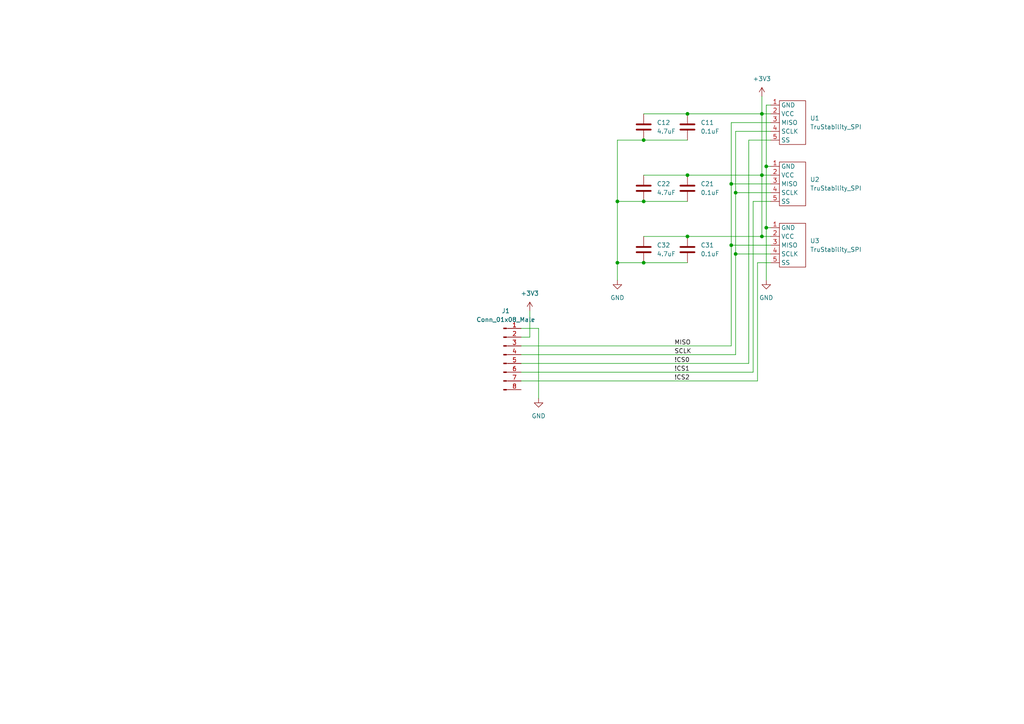
<source format=kicad_sch>
(kicad_sch (version 20211123) (generator eeschema)
  (paper "A4")
  (lib_symbols
    (symbol "Connector:Conn_01x08_Male" (pin_names (offset 1.016) hide)
      (property "Reference" "J" (at 0 10.16 0))
      (property "Value" "Conn_01x08_Male" (at 0 -12.7 0))
      (symbol "Conn_01x08_Male_1_1"
        (polyline (pts (xy 1.27 -10.16) (xy 0.8636 -10.16)) (stroke (width 0.1524)))
        (polyline (pts (xy 1.27 -7.62) (xy 0.8636 -7.62)) (stroke (width 0.1524)))
        (polyline (pts (xy 1.27 -5.08) (xy 0.8636 -5.08)) (stroke (width 0.1524)))
        (polyline (pts (xy 1.27 -2.54) (xy 0.8636 -2.54)) (stroke (width 0.1524)))
        (polyline (pts (xy 1.27 0) (xy 0.8636 0)) (stroke (width 0.1524)))
        (polyline (pts (xy 1.27 2.54) (xy 0.8636 2.54)) (stroke (width 0.1524)))
        (polyline (pts (xy 1.27 5.08) (xy 0.8636 5.08)) (stroke (width 0.1524)))
        (polyline (pts (xy 1.27 7.62) (xy 0.8636 7.62)) (stroke (width 0.1524)))
        (rectangle (start 0.8636 -10.033) (end 0 -10.287) (stroke (width 0.1524)) (fill (type outline)))
        (rectangle (start 0.8636 -7.493) (end 0 -7.747) (stroke (width 0.1524)) (fill (type outline)))
        (rectangle (start 0.8636 -4.953) (end 0 -5.207) (stroke (width 0.1524)) (fill (type outline)))
        (rectangle (start 0.8636 -2.413) (end 0 -2.667) (stroke (width 0.1524)) (fill (type outline)))
        (rectangle (start 0.8636 0.127) (end 0 -0.127) (stroke (width 0.1524)) (fill (type outline)))
        (rectangle (start 0.8636 2.667) (end 0 2.413) (stroke (width 0.1524)) (fill (type outline)))
        (rectangle (start 0.8636 5.207) (end 0 4.953) (stroke (width 0.1524)) (fill (type outline)))
        (rectangle (start 0.8636 7.747) (end 0 7.493) (stroke (width 0.1524)) (fill (type outline)))
        (pin passive line (at 5.08 7.62 180) (length 3.81) (name "Pin_1") (number "1"))
        (pin passive line (at 5.08 5.08 180) (length 3.81) (name "Pin_2") (number "2"))
        (pin passive line (at 5.08 2.54 180) (length 3.81) (name "Pin_3") (number "3"))
        (pin passive line (at 5.08 0 180) (length 3.81) (name "Pin_4") (number "4"))
        (pin passive line (at 5.08 -2.54 180) (length 3.81) (name "Pin_5") (number "5"))
        (pin passive line (at 5.08 -5.08 180) (length 3.81) (name "Pin_6") (number "6"))
        (pin passive line (at 5.08 -7.62 180) (length 3.81) (name "Pin_7") (number "7"))
        (pin passive line (at 5.08 -10.16 180) (length 3.81) (name "Pin_8") (number "8"))
      )
    )
    (symbol "Device:C" (pin_numbers hide) (pin_names (offset 0.254))
      (property "Reference" "C" (at 0.635 2.54 0))
      (property "Value" "C" (at 0.635 -2.54 0))
      (symbol "C_0_1"
        (polyline (pts (xy -2.032 -0.762) (xy 2.032 -0.762)) (stroke (width 0.508)))
        (polyline (pts (xy -2.032 0.762) (xy 2.032 0.762)) (stroke (width 0.508)))
      )
      (symbol "C_1_1"
        (pin passive line (at 0 3.81 270) (length 2.794) (name "~") (number "1"))
        (pin passive line (at 0 -3.81 90) (length 2.794) (name "~") (number "2"))
      )
    )
    (symbol "airball-hardware:TruStability_SPI"
      (property "Reference" "U" (at 0 2.54 0))
      (property "Value" "TruStability_SPI" (at 0 -12.7 0))
      (symbol "TruStability_SPI_0_1"
        (rectangle (start -3.81 1.27) (end 3.81 -11.43))
      )
      (symbol "TruStability_SPI_1_1"
        (pin input line (at -6.35 0 0) (length 2.54) (name "GND") (number "1"))
        (pin input line (at -6.35 -2.54 0) (length 2.54) (name "VCC") (number "2"))
        (pin input line (at -6.35 -5.08 0) (length 2.54) (name "MISO") (number "3"))
        (pin input line (at -6.35 -7.62 0) (length 2.54) (name "SCLK") (number "4"))
        (pin input line (at -6.35 -10.16 0) (length 2.54) (name "SS") (number "5"))
      )
    )
    (symbol "power:+3V3" (power) (pin_names (offset 0))
      (property "Value" "+3V3" (at 0 3.556 0))
      (symbol "+3V3_0_1"
        (polyline (pts (xy -0.762 1.27) (xy 0 2.54)))
        (polyline (pts (xy 0 0) (xy 0 2.54)))
        (polyline (pts (xy 0 2.54) (xy 0.762 1.27)))
      )
      (symbol "+3V3_1_1"
        (pin power_in line (at 0 0 90) (length 0) hide (name "+3V3") (number "1"))
      )
    )
    (symbol "power:GND" (power) (pin_names (offset 0))
      (property "Value" "GND" (at 0 -3.81 0))
      (symbol "GND_0_1"
        (polyline (pts (xy 0 0) (xy 0 -1.27) (xy 1.27 -1.27) (xy 0 -2.54) (xy -1.27 -1.27) (xy 0 -1.27)))
      )
      (symbol "GND_1_1"
        (pin power_in line (at 0 0 270) (length 0) hide (name "GND") (number "1"))
      )
    )
  )
  (junction (at 222.25 48.26))
  (junction (at 213.36 55.88))
  (junction (at 199.39 50.8))
  (junction (at 222.25 66.04))
  (junction (at 179.07 58.42))
  (junction (at 186.69 58.42))
  (junction (at 186.69 40.64))
  (junction (at 186.69 76.2))
  (junction (at 212.09 71.12))
  (junction (at 220.98 33.02))
  (junction (at 199.39 33.02))
  (junction (at 199.39 68.58))
  (junction (at 220.98 68.58))
  (junction (at 213.36 73.66))
  (junction (at 179.07 76.2))
  (junction (at 220.98 50.8))
  (junction (at 212.09 53.34))
  (wire (pts (xy 217.17 40.64) (xy 223.52 40.64)))
  (wire (pts (xy 218.44 107.95) (xy 218.44 58.42)))
  (wire (pts (xy 151.13 100.33) (xy 212.09 100.33)))
  (wire (pts (xy 186.69 68.58) (xy 199.39 68.58)))
  (wire (pts (xy 222.25 48.26) (xy 222.25 66.04)))
  (wire (pts (xy 179.07 76.2) (xy 186.69 76.2)))
  (wire (pts (xy 212.09 35.56) (xy 223.52 35.56)))
  (wire (pts (xy 212.09 53.34) (xy 212.09 35.56)))
  (wire (pts (xy 218.44 58.42) (xy 223.52 58.42)))
  (wire (pts (xy 219.71 76.2) (xy 223.52 76.2)))
  (wire (pts (xy 220.98 33.02) (xy 223.52 33.02)))
  (wire (pts (xy 212.09 100.33) (xy 212.09 71.12)))
  (wire (pts (xy 199.39 33.02) (xy 220.98 33.02)))
  (wire (pts (xy 179.07 58.42) (xy 186.69 58.42)))
  (wire (pts (xy 151.13 97.79) (xy 153.67 97.79)))
  (wire (pts (xy 213.36 73.66) (xy 213.36 102.87)))
  (wire (pts (xy 156.21 95.25) (xy 156.21 115.57)))
  (wire (pts (xy 186.69 33.02) (xy 199.39 33.02)))
  (wire (pts (xy 213.36 55.88) (xy 223.52 55.88)))
  (wire (pts (xy 212.09 71.12) (xy 212.09 53.34)))
  (wire (pts (xy 220.98 33.02) (xy 220.98 50.8)))
  (wire (pts (xy 222.25 30.48) (xy 222.25 48.26)))
  (wire (pts (xy 186.69 58.42) (xy 199.39 58.42)))
  (wire (pts (xy 222.25 66.04) (xy 223.52 66.04)))
  (wire (pts (xy 153.67 97.79) (xy 153.67 90.17)))
  (wire (pts (xy 212.09 71.12) (xy 223.52 71.12)))
  (wire (pts (xy 151.13 110.49) (xy 219.71 110.49)))
  (wire (pts (xy 179.07 76.2) (xy 179.07 81.28)))
  (wire (pts (xy 199.39 50.8) (xy 220.98 50.8)))
  (wire (pts (xy 151.13 95.25) (xy 156.21 95.25)))
  (wire (pts (xy 219.71 76.2) (xy 219.71 110.49)))
  (wire (pts (xy 220.98 68.58) (xy 223.52 68.58)))
  (wire (pts (xy 151.13 105.41) (xy 217.17 105.41)))
  (wire (pts (xy 186.69 76.2) (xy 199.39 76.2)))
  (wire (pts (xy 213.36 55.88) (xy 213.36 73.66)))
  (wire (pts (xy 151.13 107.95) (xy 218.44 107.95)))
  (wire (pts (xy 222.25 66.04) (xy 222.25 81.28)))
  (wire (pts (xy 151.13 102.87) (xy 213.36 102.87)))
  (wire (pts (xy 186.69 50.8) (xy 199.39 50.8)))
  (wire (pts (xy 213.36 38.1) (xy 223.52 38.1)))
  (wire (pts (xy 220.98 50.8) (xy 223.52 50.8)))
  (wire (pts (xy 220.98 27.94) (xy 220.98 33.02)))
  (wire (pts (xy 212.09 53.34) (xy 223.52 53.34)))
  (wire (pts (xy 213.36 73.66) (xy 223.52 73.66)))
  (wire (pts (xy 179.07 58.42) (xy 179.07 76.2)))
  (wire (pts (xy 222.25 48.26) (xy 223.52 48.26)))
  (wire (pts (xy 213.36 38.1) (xy 213.36 55.88)))
  (wire (pts (xy 179.07 40.64) (xy 179.07 58.42)))
  (wire (pts (xy 223.52 30.48) (xy 222.25 30.48)))
  (wire (pts (xy 186.69 40.64) (xy 179.07 40.64)))
  (wire (pts (xy 217.17 105.41) (xy 217.17 40.64)))
  (wire (pts (xy 220.98 50.8) (xy 220.98 68.58)))
  (wire (pts (xy 186.69 40.64) (xy 199.39 40.64)))
  (wire (pts (xy 199.39 68.58) (xy 220.98 68.58)))
  (label "SCLK" (at 195.58 102.87 0))
  (label "MISO" (at 195.58 100.33 0))
  (label "!CS1" (at 195.58 107.95 0))
  (label "!CS0" (at 195.58 105.41 0))
  (label "!CS2" (at 195.58 110.49 0))
  (symbol (lib_id "Device:C") (at 186.69 54.61 0) (unit 1)
    (property "Reference" "C22" (at 190.5 53.3399 0) (effects (justify left)))
    (property "Value" "4.7uF" (at 190.5 55.8799 0) (effects (justify left)))
    (property "Footprint" "Capacitor_SMD:C_0603_1608Metric" (effects hide))
  )
  (symbol (lib_id "power:GND") (at 222.25 81.28 0) (unit 1)
    (property "Reference" "#PWR010" (effects hide))
    (property "Value" "GND" (at 222.25 86.36 0))
  )
  (symbol (lib_id "airball-hardware:TruStability_SPI") (at 229.87 30.48 0) (unit 1)
    (property "Reference" "U1" (at 234.95 34.2899 0) (effects (justify left)))
    (property "Value" "TruStability_SPI" (at 234.95 36.8299 0) (effects (justify left)))
    (property "Footprint" "airball-hardware:TruStability SMT" (effects hide))
  )
  (symbol (lib_id "Device:C") (at 199.39 54.61 0) (unit 1)
    (property "Reference" "C21" (at 203.2 53.3399 0) (effects (justify left)))
    (property "Value" "0.1uF" (at 203.2 55.8799 0) (effects (justify left)))
    (property "Footprint" "Capacitor_SMD:C_0603_1608Metric" (effects hide))
  )
  (symbol (lib_id "Device:C") (at 186.69 72.39 0) (unit 1)
    (property "Reference" "C32" (at 190.5 71.1199 0) (effects (justify left)))
    (property "Value" "4.7uF" (at 190.5 73.6599 0) (effects (justify left)))
    (property "Footprint" "Capacitor_SMD:C_0603_1608Metric" (effects hide))
  )
  (symbol (lib_id "power:+3V3") (at 220.98 27.94 0) (unit 1)
    (property "Reference" "#PWR09" (effects hide))
    (property "Value" "+3V3" (at 220.98 22.86 0))
  )
  (symbol (lib_id "Device:C") (at 199.39 36.83 0) (unit 1)
    (property "Reference" "C11" (at 203.2 35.5599 0) (effects (justify left)))
    (property "Value" "0.1uF" (at 203.2 38.0999 0) (effects (justify left)))
    (property "Footprint" "Capacitor_SMD:C_0603_1608Metric" (effects hide))
  )
  (symbol (lib_id "airball-hardware:TruStability_SPI") (at 229.87 66.04 0) (unit 1)
    (property "Reference" "U3" (at 234.95 69.8499 0) (effects (justify left)))
    (property "Value" "TruStability_SPI" (at 234.95 72.3899 0) (effects (justify left)))
    (property "Footprint" "airball-hardware:TruStability SMT" (effects hide))
  )
  (symbol (lib_id "Connector:Conn_01x08_Male") (at 146.05 102.87 0) (unit 1)
    (property "Reference" "J1" (at 146.685 90.17 0))
    (property "Value" "Conn_01x08_Male" (at 146.685 92.71 0))
    (property "Footprint" "airball-hardware:JST_SH_BM08B-SRSS-TB_1x08-1MP_P1.00mm_Vertical" (effects hide))
  )
  (symbol (lib_id "power:+3V3") (at 153.67 90.17 0) (unit 1)
    (property "Reference" "#PWR0101" (effects hide))
    (property "Value" "+3V3" (at 153.67 85.09 0))
  )
  (symbol (lib_id "power:GND") (at 179.07 81.28 0) (unit 1)
    (property "Reference" "#PWR08" (effects hide))
    (property "Value" "GND" (at 179.07 86.36 0))
  )
  (symbol (lib_id "airball-hardware:TruStability_SPI") (at 229.87 48.26 0) (unit 1)
    (property "Reference" "U2" (at 234.95 52.0699 0) (effects (justify left)))
    (property "Value" "TruStability_SPI" (at 234.95 54.6099 0) (effects (justify left)))
    (property "Footprint" "airball-hardware:TruStability SMT" (effects hide))
  )
  (symbol (lib_id "Device:C") (at 199.39 72.39 0) (unit 1)
    (property "Reference" "C31" (at 203.2 71.1199 0) (effects (justify left)))
    (property "Value" "0.1uF" (at 203.2 73.6599 0) (effects (justify left)))
    (property "Footprint" "Capacitor_SMD:C_0603_1608Metric" (effects hide))
  )
  (symbol (lib_id "Device:C") (at 186.69 36.83 0) (unit 1)
    (property "Reference" "C12" (at 190.5 35.5599 0) (effects (justify left)))
    (property "Value" "4.7uF" (at 190.5 38.0999 0) (effects (justify left)))
    (property "Footprint" "Capacitor_SMD:C_0603_1608Metric" (effects hide))
  )
  (symbol (lib_id "power:GND") (at 156.21 115.57 0) (unit 1)
    (property "Reference" "#PWR0102" (effects hide))
    (property "Value" "GND" (at 156.21 120.65 0))
  )
)
</source>
